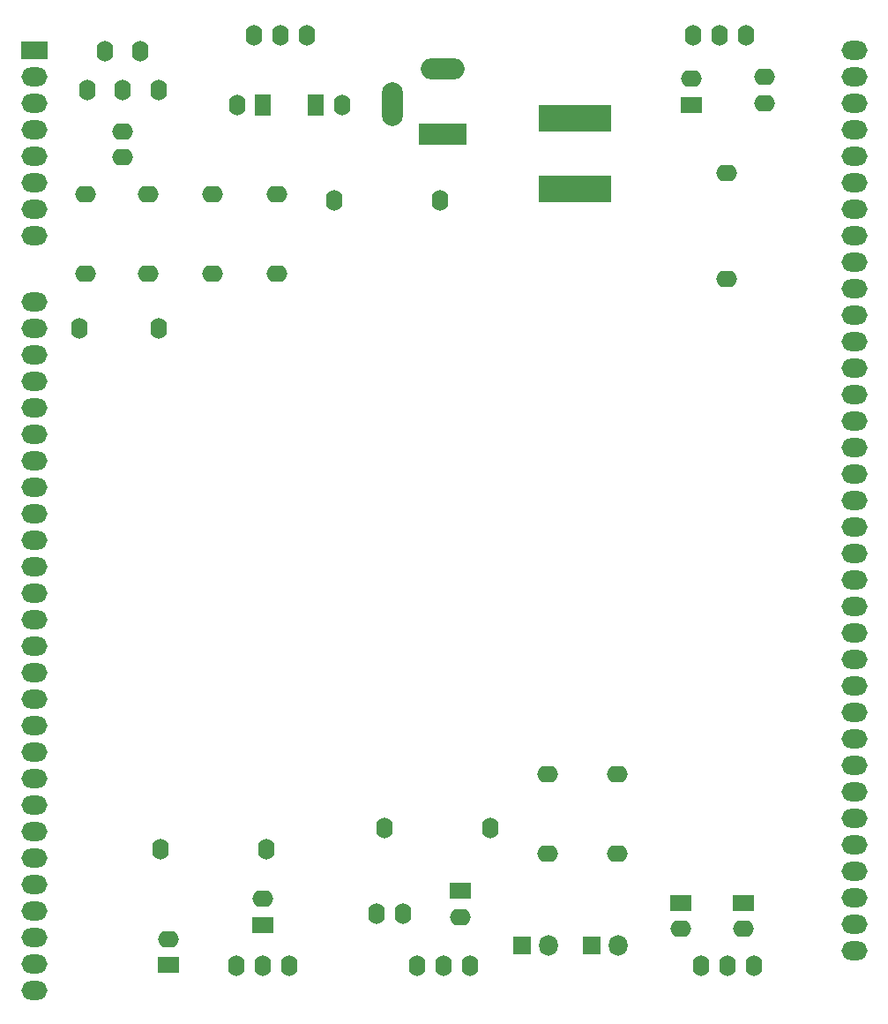
<source format=gbs>
G04 #@! TF.GenerationSoftware,KiCad,Pcbnew,7.0.7-7.0.7~ubuntu22.04.1*
G04 #@! TF.CreationDate,2023-09-06T23:29:51-03:00*
G04 #@! TF.ProjectId,Fonte_tensao_LM675_v05,466f6e74-655f-4746-956e-73616f5f4c4d,v02*
G04 #@! TF.SameCoordinates,Original*
G04 #@! TF.FileFunction,Soldermask,Bot*
G04 #@! TF.FilePolarity,Negative*
%FSLAX46Y46*%
G04 Gerber Fmt 4.6, Leading zero omitted, Abs format (unit mm)*
G04 Created by KiCad (PCBNEW 7.0.7-7.0.7~ubuntu22.04.1) date 2023-09-06 23:29:51*
%MOMM*%
%LPD*%
G01*
G04 APERTURE LIST*
%ADD10O,2.000000X1.600000*%
%ADD11O,1.600000X2.000000*%
%ADD12R,1.600000X2.000000*%
%ADD13R,2.000000X1.600000*%
%ADD14R,7.000000X2.500000*%
%ADD15R,1.800000X1.800000*%
%ADD16O,1.800000X2.000000*%
%ADD17O,2.500000X1.800000*%
%ADD18R,2.500000X1.800000*%
%ADD19R,4.600000X2.000000*%
%ADD20O,4.200000X2.000000*%
%ADD21O,2.000000X4.200000*%
G04 APERTURE END LIST*
D10*
X173200000Y-79080000D03*
X173200000Y-68920000D03*
X115200000Y-67450000D03*
X115200000Y-64950000D03*
X117600000Y-78610000D03*
X117600000Y-70990000D03*
D11*
X127750000Y-55750000D03*
X130290000Y-55750000D03*
X132830000Y-55750000D03*
D10*
X111600000Y-70990000D03*
X111600000Y-78610000D03*
D11*
X136228900Y-62400000D03*
D12*
X133728900Y-62400000D03*
D10*
X168800000Y-141428900D03*
D13*
X168800000Y-138928900D03*
D10*
X169800000Y-59900000D03*
D13*
X169800000Y-62400000D03*
D10*
X123800000Y-70990000D03*
X123800000Y-78610000D03*
D11*
X111800000Y-60950000D03*
X113500000Y-57250000D03*
X115200000Y-60950000D03*
X116900000Y-57250000D03*
X118600000Y-60950000D03*
D10*
X130000000Y-78610000D03*
X130000000Y-70990000D03*
D14*
X158600000Y-63700000D03*
X158600000Y-70500000D03*
D15*
X160225000Y-143000000D03*
D16*
X162765000Y-143000000D03*
D17*
X185420000Y-57150000D03*
X185420000Y-59690000D03*
X185420000Y-62230000D03*
X185420000Y-64770000D03*
X185420000Y-67310000D03*
X185420000Y-69850000D03*
X185420000Y-72390000D03*
X185420000Y-74930000D03*
X185420000Y-77470000D03*
X185420000Y-80010000D03*
X185420000Y-82550000D03*
X185420000Y-85090000D03*
X185420000Y-87630000D03*
X185420000Y-90170000D03*
X185420000Y-92710000D03*
X185420000Y-95250000D03*
X185420000Y-97790000D03*
X185420000Y-100330000D03*
X185420000Y-102870000D03*
X185420000Y-105410000D03*
X185420000Y-107950000D03*
X185420000Y-110490000D03*
X185420000Y-113030000D03*
X185420000Y-115570000D03*
X185420000Y-118110000D03*
X185420000Y-120650000D03*
X185420000Y-123190000D03*
X185420000Y-125730000D03*
X185420000Y-128270000D03*
X185420000Y-130810000D03*
X185420000Y-133350000D03*
X185420000Y-135890000D03*
X185420000Y-138430000D03*
X185420000Y-140970000D03*
X185420000Y-143510000D03*
D10*
X174800000Y-141428900D03*
D13*
X174800000Y-138928900D03*
D10*
X128650000Y-138571100D03*
D13*
X128650000Y-141071100D03*
D11*
X131200000Y-145000000D03*
X128660000Y-145000000D03*
X126120000Y-145000000D03*
D15*
X153500000Y-143000000D03*
D16*
X156040000Y-143000000D03*
D11*
X126171100Y-62400000D03*
D12*
X128671100Y-62400000D03*
D18*
X106680000Y-57150000D03*
D17*
X106680000Y-59690000D03*
X106680000Y-62230000D03*
X106680000Y-64770000D03*
X106680000Y-67310000D03*
X106680000Y-69850000D03*
X106680000Y-72390000D03*
X106680000Y-74930000D03*
X106680000Y-81280000D03*
X106680000Y-83820000D03*
X106680000Y-86360000D03*
X106680000Y-88900000D03*
X106680000Y-91440000D03*
X106680000Y-93980000D03*
X106680000Y-96520000D03*
X106680000Y-99060000D03*
X106680000Y-101600000D03*
X106680000Y-104140000D03*
X106680000Y-106680000D03*
X106680000Y-109220000D03*
X106680000Y-111760000D03*
X106680000Y-114300000D03*
X106680000Y-116840000D03*
X106680000Y-119380000D03*
X106680000Y-121920000D03*
X106680000Y-124460000D03*
X106680000Y-127000000D03*
X106680000Y-129540000D03*
X106680000Y-132080000D03*
X106680000Y-134620000D03*
X106680000Y-137160000D03*
X106680000Y-139700000D03*
X106680000Y-142240000D03*
X106680000Y-144780000D03*
X106680000Y-147320000D03*
D11*
X128930000Y-133800000D03*
X118770000Y-133800000D03*
X140320000Y-131800000D03*
X150480000Y-131800000D03*
X175790000Y-145000000D03*
X173250000Y-145000000D03*
X170710000Y-145000000D03*
D10*
X176800000Y-59750000D03*
X176800000Y-62250000D03*
X162694700Y-126581200D03*
X162694700Y-134201200D03*
X147600000Y-140300000D03*
D13*
X147600000Y-137800000D03*
D11*
X110990000Y-83800000D03*
X118610000Y-83800000D03*
X145680000Y-71600000D03*
X135520000Y-71600000D03*
X169910000Y-55695000D03*
X172450000Y-55695000D03*
X174990000Y-55695000D03*
X142050000Y-140000000D03*
X139550000Y-140000000D03*
D10*
X119600000Y-142400000D03*
D13*
X119600000Y-144900000D03*
D11*
X148565100Y-145000000D03*
X146025100Y-145000000D03*
X143485100Y-145000000D03*
D19*
X145873400Y-65255400D03*
D20*
X145873400Y-58955400D03*
D21*
X141073400Y-62355400D03*
D10*
X156000000Y-126630000D03*
X156000000Y-134250000D03*
M02*

</source>
